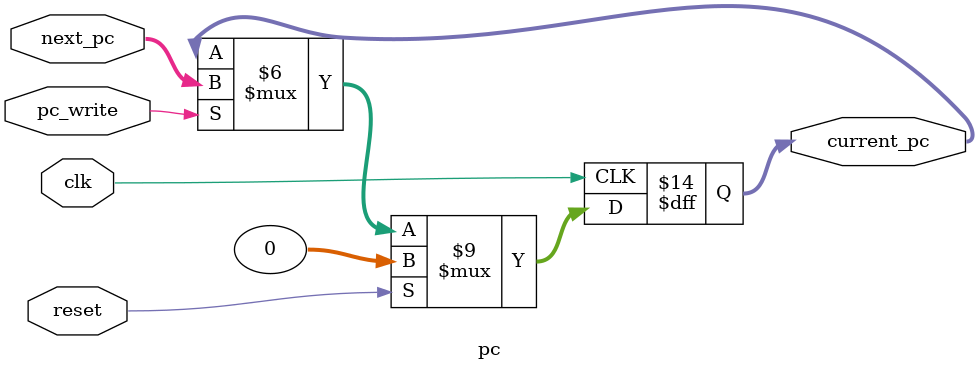
<source format=v>
module pc(
    input reset,       // input (Use reset to initialize PC. Initial value must be 0)
    input clk,         // input
    input [31:0]next_pc,     // input

    input pc_write,

    output reg [31:0]current_pc   // output
  );
  
  reg pc_enable;

  initial begin
    current_pc =0;
  end

  always @(*) begin
    pc_enable = 0;
    if(pc_write==1) begin
        pc_enable = 1;
    end
  end

  always @(posedge clk) begin
    if(reset)begin
        current_pc<=0;
    end
    else begin
      if(pc_write == 1) begin
        current_pc <= next_pc;
      end
    end
  end

endmodule

</source>
